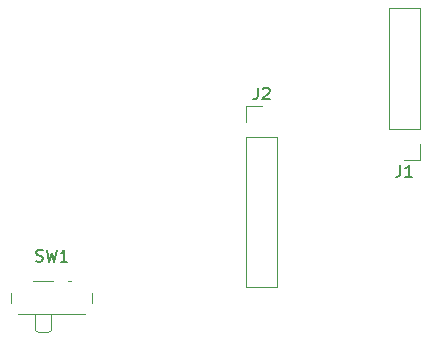
<source format=gbr>
G04 #@! TF.GenerationSoftware,KiCad,Pcbnew,(5.0.1-3-g963ef8bb5)*
G04 #@! TF.CreationDate,2019-02-10T00:29:52-05:00*
G04 #@! TF.ProjectId,glowtieProgrammer,676C6F7774696550726F6772616D6D65,rev?*
G04 #@! TF.SameCoordinates,Original*
G04 #@! TF.FileFunction,Legend,Top*
G04 #@! TF.FilePolarity,Positive*
%FSLAX46Y46*%
G04 Gerber Fmt 4.6, Leading zero omitted, Abs format (unit mm)*
G04 Created by KiCad (PCBNEW (5.0.1-3-g963ef8bb5)) date Sunday, February 10, 2019 at 12:29:52 AM*
%MOMM*%
%LPD*%
G01*
G04 APERTURE LIST*
%ADD10C,0.120000*%
%ADD11C,0.150000*%
G04 APERTURE END LIST*
D10*
G04 #@! TO.C,J1*
X175955000Y-52130000D02*
X174625000Y-52130000D01*
X175955000Y-50800000D02*
X175955000Y-52130000D01*
X175955000Y-49530000D02*
X173295000Y-49530000D01*
X173295000Y-49530000D02*
X173295000Y-39310000D01*
X175955000Y-49530000D02*
X175955000Y-39310000D01*
X175955000Y-39310000D02*
X173295000Y-39310000D01*
G04 #@! TO.C,J2*
X161230000Y-47565000D02*
X162560000Y-47565000D01*
X161230000Y-48895000D02*
X161230000Y-47565000D01*
X161230000Y-50165000D02*
X163890000Y-50165000D01*
X163890000Y-50165000D02*
X163890000Y-62925000D01*
X161230000Y-50165000D02*
X161230000Y-62925000D01*
X161230000Y-62925000D02*
X163890000Y-62925000D01*
G04 #@! TO.C,SW1*
X148230000Y-64220000D02*
X148230000Y-63430000D01*
X141330000Y-63430000D02*
X141330000Y-64220000D01*
X143180000Y-62380000D02*
X144880000Y-62380000D01*
X141930000Y-65230000D02*
X147630000Y-65230000D01*
X144680000Y-66520000D02*
X144680000Y-65230000D01*
X143580000Y-66730000D02*
X144480000Y-66730000D01*
X143380000Y-65230000D02*
X143380000Y-66520000D01*
X144680000Y-66520000D02*
X144480000Y-66730000D01*
X143380000Y-66520000D02*
X143580000Y-66730000D01*
X146180000Y-62380000D02*
X146380000Y-62380000D01*
G04 #@! TO.C,J1*
D11*
X174291666Y-52582380D02*
X174291666Y-53296666D01*
X174244047Y-53439523D01*
X174148809Y-53534761D01*
X174005952Y-53582380D01*
X173910714Y-53582380D01*
X175291666Y-53582380D02*
X174720238Y-53582380D01*
X175005952Y-53582380D02*
X175005952Y-52582380D01*
X174910714Y-52725238D01*
X174815476Y-52820476D01*
X174720238Y-52868095D01*
G04 #@! TO.C,J2*
X162226666Y-46017380D02*
X162226666Y-46731666D01*
X162179047Y-46874523D01*
X162083809Y-46969761D01*
X161940952Y-47017380D01*
X161845714Y-47017380D01*
X162655238Y-46112619D02*
X162702857Y-46065000D01*
X162798095Y-46017380D01*
X163036190Y-46017380D01*
X163131428Y-46065000D01*
X163179047Y-46112619D01*
X163226666Y-46207857D01*
X163226666Y-46303095D01*
X163179047Y-46445952D01*
X162607619Y-47017380D01*
X163226666Y-47017380D01*
G04 #@! TO.C,SW1*
X143446666Y-60704761D02*
X143589523Y-60752380D01*
X143827619Y-60752380D01*
X143922857Y-60704761D01*
X143970476Y-60657142D01*
X144018095Y-60561904D01*
X144018095Y-60466666D01*
X143970476Y-60371428D01*
X143922857Y-60323809D01*
X143827619Y-60276190D01*
X143637142Y-60228571D01*
X143541904Y-60180952D01*
X143494285Y-60133333D01*
X143446666Y-60038095D01*
X143446666Y-59942857D01*
X143494285Y-59847619D01*
X143541904Y-59800000D01*
X143637142Y-59752380D01*
X143875238Y-59752380D01*
X144018095Y-59800000D01*
X144351428Y-59752380D02*
X144589523Y-60752380D01*
X144780000Y-60038095D01*
X144970476Y-60752380D01*
X145208571Y-59752380D01*
X146113333Y-60752380D02*
X145541904Y-60752380D01*
X145827619Y-60752380D02*
X145827619Y-59752380D01*
X145732380Y-59895238D01*
X145637142Y-59990476D01*
X145541904Y-60038095D01*
G04 #@! TD*
M02*

</source>
